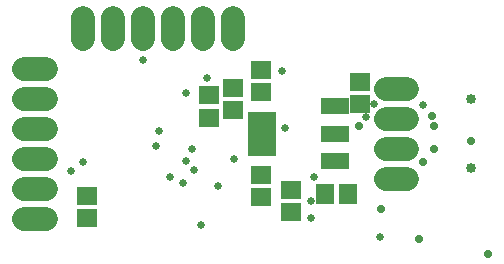
<source format=gbr>
G04 EAGLE Gerber X2 export*
%TF.Part,Single*%
%TF.FileFunction,Soldermask,Bot,1*%
%TF.FilePolarity,Positive*%
%TF.GenerationSoftware,Autodesk,EAGLE,9.6.2*%
%TF.CreationDate,2022-03-30T08:56:30Z*%
G75*
%MOMM*%
%FSLAX34Y34*%
%LPD*%
%INSoldermask Bottom*%
%AMOC8*
5,1,8,0,0,1.08239X$1,22.5*%
G01*
%ADD10R,1.703200X1.503200*%
%ADD11R,1.503200X1.703200*%
%ADD12R,2.438400X1.422400*%
%ADD13R,2.403200X3.803200*%
%ADD14C,2.032000*%
%ADD15C,0.853200*%
%ADD16C,0.705600*%
%ADD17C,0.655600*%


D10*
X228600Y149250D03*
X228600Y168250D03*
X312420Y139090D03*
X312420Y158090D03*
X184150Y146660D03*
X184150Y127660D03*
X204470Y134010D03*
X204470Y153010D03*
X81280Y42570D03*
X81280Y61570D03*
X254000Y66650D03*
X254000Y47650D03*
X228600Y79350D03*
X228600Y60350D03*
D11*
X282600Y63500D03*
X301600Y63500D03*
D12*
X291338Y137414D03*
X291338Y114300D03*
X291338Y91186D03*
D13*
X229360Y114300D03*
D14*
X333756Y76200D02*
X352044Y76200D01*
X352044Y101600D02*
X333756Y101600D01*
X333756Y127000D02*
X352044Y127000D01*
X352044Y152400D02*
X333756Y152400D01*
X45974Y168910D02*
X27686Y168910D01*
X27686Y143510D02*
X45974Y143510D01*
X45974Y118110D02*
X27686Y118110D01*
X27686Y92710D02*
X45974Y92710D01*
X45974Y67310D02*
X27686Y67310D01*
X27686Y41910D02*
X45974Y41910D01*
X204470Y194056D02*
X204470Y212344D01*
X179070Y212344D02*
X179070Y194056D01*
X153670Y194056D02*
X153670Y212344D01*
X128270Y212344D02*
X128270Y194056D01*
X102870Y194056D02*
X102870Y212344D01*
X77470Y212344D02*
X77470Y194056D01*
D15*
X406400Y85400D03*
X406400Y143200D03*
D16*
X330200Y50800D03*
D17*
X328930Y26670D03*
X246380Y167640D03*
X182880Y161290D03*
X317500Y128270D03*
D16*
X365760Y90170D03*
D17*
X365760Y138430D03*
D16*
X374650Y101600D03*
X361950Y25400D03*
X373380Y129540D03*
X420370Y12700D03*
X406400Y107950D03*
X374650Y120650D03*
X311150Y120650D03*
D17*
X248920Y119380D03*
X323850Y139700D03*
X151130Y77470D03*
X162560Y72390D03*
X165100Y148590D03*
X273050Y77470D03*
X177800Y36830D03*
X170180Y101600D03*
X171450Y83820D03*
X191770Y69850D03*
X270510Y57150D03*
X270510Y43180D03*
X165100Y91440D03*
X139700Y104140D03*
X128270Y176530D03*
X142240Y116840D03*
X77470Y90170D03*
X67310Y82550D03*
X205740Y92710D03*
M02*

</source>
